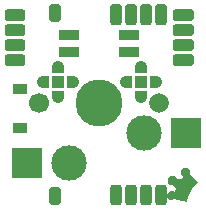
<source format=gbr>
%TF.GenerationSoftware,KiCad,Pcbnew,(6.0.11)*%
%TF.CreationDate,2023-07-28T18:25:04-04:00*%
%TF.ProjectId,amoeba-king,616d6f65-6261-42d6-9b69-6e672e6b6963,rev?*%
%TF.SameCoordinates,Original*%
%TF.FileFunction,Soldermask,Bot*%
%TF.FilePolarity,Negative*%
%FSLAX46Y46*%
G04 Gerber Fmt 4.6, Leading zero omitted, Abs format (unit mm)*
G04 Created by KiCad (PCBNEW (6.0.11)) date 2023-07-28 18:25:04*
%MOMM*%
%LPD*%
G01*
G04 APERTURE LIST*
G04 Aperture macros list*
%AMRoundRect*
0 Rectangle with rounded corners*
0 $1 Rounding radius*
0 $2 $3 $4 $5 $6 $7 $8 $9 X,Y pos of 4 corners*
0 Add a 4 corners polygon primitive as box body*
4,1,4,$2,$3,$4,$5,$6,$7,$8,$9,$2,$3,0*
0 Add four circle primitives for the rounded corners*
1,1,$1+$1,$2,$3*
1,1,$1+$1,$4,$5*
1,1,$1+$1,$6,$7*
1,1,$1+$1,$8,$9*
0 Add four rect primitives between the rounded corners*
20,1,$1+$1,$2,$3,$4,$5,0*
20,1,$1+$1,$4,$5,$6,$7,0*
20,1,$1+$1,$6,$7,$8,$9,0*
20,1,$1+$1,$8,$9,$2,$3,0*%
%AMFreePoly0*
4,1,18,0.500000,-0.500000,0.000000,-0.500000,0.000000,-0.495033,-0.079941,-0.493568,-0.215256,-0.451293,-0.333266,-0.372738,-0.424486,-0.264219,-0.481581,-0.134460,-0.499963,0.006109,-0.478152,0.146186,-0.417904,0.274511,-0.324060,0.380769,-0.204165,0.456417,-0.067858,0.495374,0.000000,0.494959,0.000000,0.500000,0.500000,0.500000,0.500000,-0.500000,0.500000,-0.500000,$1*%
%AMFreePoly1*
4,1,19,0.000000,0.494959,0.073905,0.494508,0.209726,0.453889,0.328688,0.376782,0.421226,0.269385,0.479903,0.140333,0.500000,0.000000,0.499851,-0.012216,0.476331,-0.152017,0.414519,-0.279596,0.319384,-0.384700,0.198574,-0.458877,0.061801,-0.496166,0.000000,-0.495033,0.000000,-0.500000,-0.500000,-0.500000,-0.500000,0.500000,0.000000,0.500000,0.000000,0.494959,0.000000,0.494959,
$1*%
G04 Aperture macros list end*
%ADD10C,0.131817*%
%ADD11C,3.000000*%
%ADD12C,3.980180*%
%ADD13C,1.660000*%
%ADD14C,1.700000*%
%ADD15R,2.550000X2.500000*%
%ADD16RoundRect,0.250000X-0.250000X0.625000X-0.250000X-0.625000X0.250000X-0.625000X0.250000X0.625000X0*%
%ADD17RoundRect,0.250000X-0.250000X0.250000X-0.250000X-0.250000X0.250000X-0.250000X0.250000X0.250000X0*%
%ADD18RoundRect,0.250000X-0.250000X-0.250000X0.250000X-0.250000X0.250000X0.250000X-0.250000X0.250000X0*%
%ADD19RoundRect,0.250000X-0.625000X-0.250000X0.625000X-0.250000X0.625000X0.250000X-0.625000X0.250000X0*%
%ADD20FreePoly0,180.000000*%
%ADD21R,1.000000X1.000000*%
%ADD22FreePoly1,180.000000*%
%ADD23FreePoly0,90.000000*%
%ADD24FreePoly0,270.000000*%
%ADD25RoundRect,0.250000X0.250000X-0.500000X0.250000X0.500000X-0.250000X0.500000X-0.250000X-0.500000X0*%
%ADD26RoundRect,0.250000X0.250000X-0.250000X0.250000X0.250000X-0.250000X0.250000X-0.250000X-0.250000X0*%
%ADD27RoundRect,0.250000X-0.250000X0.500000X-0.250000X-0.500000X0.250000X-0.500000X0.250000X0.500000X0*%
%ADD28R,1.200000X0.900000*%
%ADD29R,1.800000X0.820000*%
G04 APERTURE END LIST*
%TO.C,Royale*%
G36*
X82728653Y-174172393D02*
G01*
X82752015Y-174174369D01*
X82775303Y-174178195D01*
X82798412Y-174183899D01*
X82821236Y-174191510D01*
X82843669Y-174201056D01*
X82865605Y-174212566D01*
X82886540Y-174225807D01*
X82906024Y-174240462D01*
X82924027Y-174256423D01*
X82940521Y-174273584D01*
X82955479Y-174291839D01*
X82968871Y-174311083D01*
X82980669Y-174331208D01*
X82990845Y-174352109D01*
X82999371Y-174373680D01*
X83006217Y-174395814D01*
X83011355Y-174418406D01*
X83014758Y-174441349D01*
X83016395Y-174464539D01*
X83016240Y-174487867D01*
X83014264Y-174511228D01*
X83010438Y-174534517D01*
X83004734Y-174557626D01*
X82997123Y-174580450D01*
X82987577Y-174602883D01*
X82976067Y-174624819D01*
X82996153Y-174654020D01*
X83013302Y-174677368D01*
X83027981Y-174695783D01*
X83040661Y-174710183D01*
X83051808Y-174721488D01*
X83061891Y-174730616D01*
X83071380Y-174738485D01*
X83080740Y-174746015D01*
X83090440Y-174754125D01*
X83100952Y-174763733D01*
X83112740Y-174775758D01*
X83126273Y-174791118D01*
X83142021Y-174810734D01*
X83161789Y-174827711D01*
X83181955Y-174845431D01*
X83202466Y-174863817D01*
X83223268Y-174882792D01*
X83244311Y-174902278D01*
X83265539Y-174922194D01*
X83286900Y-174942464D01*
X83308342Y-174963011D01*
X83329811Y-174983755D01*
X83351255Y-175004618D01*
X83372621Y-175025521D01*
X83393856Y-175046388D01*
X83414906Y-175067140D01*
X83435720Y-175087698D01*
X83456245Y-175107985D01*
X83476426Y-175127922D01*
X83496213Y-175147431D01*
X83515551Y-175166434D01*
X83534387Y-175184853D01*
X83552670Y-175202609D01*
X83570346Y-175219625D01*
X83587362Y-175235822D01*
X83603665Y-175251121D01*
X83619203Y-175265446D01*
X83633922Y-175278718D01*
X83647770Y-175290857D01*
X83660693Y-175301788D01*
X83672641Y-175311431D01*
X83683557Y-175319708D01*
X83664630Y-175337394D01*
X83645991Y-175354763D01*
X83627626Y-175371857D01*
X83609526Y-175388714D01*
X83591677Y-175405372D01*
X83574066Y-175421869D01*
X83556682Y-175438245D01*
X83539512Y-175454540D01*
X83522544Y-175470792D01*
X83505766Y-175487038D01*
X83489165Y-175503319D01*
X83472731Y-175519674D01*
X83456448Y-175536141D01*
X83440308Y-175552759D01*
X83424295Y-175569566D01*
X83408399Y-175586603D01*
X83392607Y-175603906D01*
X83376908Y-175621517D01*
X83361287Y-175639472D01*
X83345734Y-175657813D01*
X83330236Y-175676576D01*
X83314783Y-175695801D01*
X83299358Y-175715526D01*
X83283954Y-175735792D01*
X83268555Y-175756636D01*
X83253149Y-175778097D01*
X83237726Y-175800214D01*
X83222273Y-175823027D01*
X83206776Y-175846573D01*
X83191225Y-175870893D01*
X83175606Y-175896023D01*
X83159908Y-175922005D01*
X83144120Y-175948876D01*
X83128226Y-175976675D01*
X83112217Y-176005442D01*
X83096645Y-176033036D01*
X83081599Y-176060214D01*
X83067065Y-176086995D01*
X83053028Y-176113397D01*
X83039476Y-176139436D01*
X83026393Y-176165134D01*
X83013769Y-176190507D01*
X83001588Y-176215575D01*
X82989838Y-176240357D01*
X82978504Y-176264870D01*
X82967574Y-176289132D01*
X82957033Y-176313164D01*
X82946869Y-176336983D01*
X82937066Y-176360607D01*
X82927614Y-176384055D01*
X82918497Y-176407346D01*
X82909702Y-176430498D01*
X82901217Y-176453529D01*
X82893026Y-176476459D01*
X82885116Y-176499305D01*
X82877476Y-176522086D01*
X82870089Y-176544822D01*
X82862944Y-176567529D01*
X82856026Y-176590227D01*
X82849322Y-176612934D01*
X82842820Y-176635669D01*
X82836504Y-176658450D01*
X82830361Y-176681295D01*
X82824380Y-176704223D01*
X82818544Y-176727254D01*
X82812842Y-176750404D01*
X82807258Y-176773693D01*
X82801781Y-176797139D01*
X82796397Y-176820762D01*
X82791092Y-176844578D01*
X82785851Y-176868607D01*
X82780663Y-176892867D01*
X82767120Y-176887968D01*
X82751867Y-176883129D01*
X82735003Y-176878334D01*
X82716630Y-176873570D01*
X82696848Y-176868820D01*
X82675756Y-176864069D01*
X82653457Y-176859300D01*
X82630050Y-176854501D01*
X82605635Y-176849654D01*
X82580314Y-176844743D01*
X82554186Y-176839756D01*
X82527352Y-176834674D01*
X82499912Y-176829484D01*
X82471967Y-176824170D01*
X82443618Y-176818715D01*
X82414965Y-176813107D01*
X82386107Y-176807327D01*
X82357147Y-176801363D01*
X82328182Y-176795197D01*
X82299317Y-176788813D01*
X82270648Y-176782199D01*
X82242279Y-176775337D01*
X82214308Y-176768212D01*
X82186837Y-176760810D01*
X82159965Y-176753114D01*
X82133794Y-176745109D01*
X82108424Y-176736780D01*
X82083953Y-176728111D01*
X82052518Y-176718181D01*
X82023143Y-176709383D01*
X81995718Y-176701666D01*
X81970137Y-176694977D01*
X81946291Y-176689268D01*
X81924072Y-176684487D01*
X81903370Y-176680583D01*
X81884080Y-176677506D01*
X81866091Y-176675204D01*
X81849297Y-176673626D01*
X81833588Y-176672723D01*
X81818857Y-176672443D01*
X81804993Y-176672734D01*
X81791892Y-176673547D01*
X81779444Y-176674830D01*
X81767539Y-176676533D01*
X81756070Y-176678605D01*
X81744930Y-176680994D01*
X81734009Y-176683651D01*
X81723200Y-176686524D01*
X81712394Y-176689561D01*
X81701484Y-176692714D01*
X81690360Y-176695930D01*
X81678914Y-176699159D01*
X81667038Y-176702349D01*
X81654625Y-176705451D01*
X81641566Y-176708413D01*
X81627752Y-176711185D01*
X81613076Y-176713715D01*
X81597429Y-176715952D01*
X81580702Y-176717846D01*
X81562789Y-176719347D01*
X81543579Y-176720403D01*
X81522966Y-176720962D01*
X81500841Y-176720975D01*
X81477096Y-176720391D01*
X81451623Y-176719159D01*
X81424312Y-176717226D01*
X81403377Y-176703985D01*
X81383893Y-176689330D01*
X81365889Y-176673369D01*
X81349395Y-176656208D01*
X81334438Y-176637953D01*
X81321045Y-176618709D01*
X81309247Y-176598584D01*
X81299072Y-176577683D01*
X81290546Y-176556112D01*
X81283700Y-176533978D01*
X81278561Y-176511386D01*
X81275159Y-176488443D01*
X81273521Y-176465253D01*
X81273676Y-176441925D01*
X81275652Y-176418564D01*
X81279478Y-176395275D01*
X81285183Y-176372167D01*
X81292794Y-176349342D01*
X81302339Y-176326909D01*
X81313849Y-176304973D01*
X81327091Y-176284038D01*
X81341746Y-176264555D01*
X81357707Y-176246551D01*
X81374867Y-176230057D01*
X81393123Y-176215099D01*
X81412366Y-176201707D01*
X81432491Y-176189909D01*
X81453392Y-176179733D01*
X81474963Y-176171207D01*
X81497098Y-176164361D01*
X81519690Y-176159223D01*
X81542634Y-176155821D01*
X81565822Y-176154183D01*
X81589150Y-176154338D01*
X81612512Y-176156314D01*
X81635800Y-176160140D01*
X81658909Y-176165845D01*
X81681733Y-176173455D01*
X81704167Y-176183001D01*
X81726102Y-176194511D01*
X81747993Y-176205885D01*
X81768557Y-176213579D01*
X81787861Y-176217816D01*
X81805976Y-176218824D01*
X81822968Y-176216827D01*
X81838907Y-176212049D01*
X81853860Y-176204717D01*
X81867895Y-176195055D01*
X81881082Y-176183291D01*
X81893489Y-176169647D01*
X81905184Y-176154350D01*
X81916233Y-176137625D01*
X81926709Y-176119697D01*
X81936677Y-176100792D01*
X81946206Y-176081134D01*
X81955366Y-176060950D01*
X81964222Y-176040464D01*
X81972845Y-176019902D01*
X81981303Y-175999488D01*
X81989664Y-175979450D01*
X81997996Y-175960010D01*
X82006368Y-175941396D01*
X82014848Y-175923832D01*
X82014962Y-175902511D01*
X82013111Y-175881528D01*
X82009397Y-175860867D01*
X82003913Y-175840518D01*
X81996757Y-175820468D01*
X81988027Y-175800703D01*
X81977819Y-175781212D01*
X81966229Y-175761980D01*
X81953355Y-175742996D01*
X81939295Y-175724247D01*
X81924144Y-175705719D01*
X81907999Y-175687401D01*
X81890958Y-175669280D01*
X81873116Y-175651342D01*
X81854573Y-175633576D01*
X81835423Y-175615968D01*
X81815764Y-175598506D01*
X81795693Y-175581178D01*
X81775307Y-175563969D01*
X81754703Y-175546868D01*
X81733977Y-175529863D01*
X81713227Y-175512939D01*
X81692549Y-175496085D01*
X81666864Y-175499960D01*
X81641096Y-175501778D01*
X81615363Y-175501557D01*
X81589785Y-175499318D01*
X81564480Y-175495082D01*
X81539567Y-175488867D01*
X81515166Y-175480694D01*
X81491396Y-175470581D01*
X81468375Y-175458551D01*
X81447714Y-175445588D01*
X81428349Y-175431354D01*
X81410304Y-175415933D01*
X81393601Y-175399413D01*
X81378263Y-175381881D01*
X81364313Y-175363420D01*
X81351776Y-175344121D01*
X81340674Y-175324066D01*
X81331028Y-175303344D01*
X81322865Y-175282040D01*
X81316205Y-175260240D01*
X81311073Y-175238031D01*
X81307491Y-175215500D01*
X81305482Y-175192731D01*
X81305070Y-175169812D01*
X81306278Y-175146829D01*
X81309128Y-175123868D01*
X81313645Y-175101015D01*
X81319850Y-175078358D01*
X81327768Y-175055981D01*
X81337421Y-175033970D01*
X81348833Y-175012414D01*
X81348833Y-175012413D01*
X81361795Y-174991752D01*
X81376030Y-174972388D01*
X81391450Y-174954343D01*
X81407970Y-174937639D01*
X81425503Y-174922301D01*
X81443962Y-174908352D01*
X81463263Y-174895815D01*
X81483317Y-174884712D01*
X81504040Y-174875068D01*
X81525344Y-174866904D01*
X81547143Y-174860244D01*
X81569352Y-174855112D01*
X81591883Y-174851530D01*
X81614652Y-174849521D01*
X81637572Y-174849109D01*
X81660554Y-174850317D01*
X81683516Y-174853168D01*
X81706368Y-174857684D01*
X81729026Y-174863889D01*
X81751404Y-174871807D01*
X81773414Y-174881460D01*
X81794970Y-174892871D01*
X81816969Y-174906792D01*
X81837678Y-174922329D01*
X81857019Y-174939390D01*
X81874915Y-174957880D01*
X81891288Y-174977707D01*
X81906062Y-174998777D01*
X81919159Y-175020995D01*
X81930500Y-175044269D01*
X81940009Y-175068503D01*
X81966115Y-175076954D01*
X81992307Y-175085393D01*
X82018541Y-175093725D01*
X82044774Y-175101857D01*
X82070960Y-175109693D01*
X82097056Y-175117138D01*
X82123016Y-175124099D01*
X82148797Y-175130481D01*
X82174354Y-175136189D01*
X82199644Y-175141129D01*
X82224621Y-175145207D01*
X82249241Y-175148329D01*
X82273461Y-175150397D01*
X82297235Y-175151319D01*
X82320519Y-175151002D01*
X82343271Y-175149349D01*
X82365443Y-175146266D01*
X82386993Y-175141659D01*
X82407876Y-175135433D01*
X82428048Y-175127495D01*
X82447464Y-175117748D01*
X82466081Y-175106099D01*
X82493067Y-175082022D01*
X82515974Y-175058394D01*
X82535094Y-175035226D01*
X82550718Y-175012527D01*
X82563139Y-174990308D01*
X82572646Y-174968579D01*
X82579533Y-174947350D01*
X82584090Y-174926632D01*
X82586608Y-174906433D01*
X82587380Y-174886765D01*
X82586697Y-174867637D01*
X82584849Y-174849060D01*
X82582128Y-174831043D01*
X82578829Y-174813597D01*
X82575239Y-174796732D01*
X82571650Y-174780458D01*
X82568357Y-174764784D01*
X82565647Y-174749722D01*
X82563815Y-174735281D01*
X82542879Y-174722039D01*
X82523396Y-174707385D01*
X82505393Y-174691423D01*
X82488898Y-174674263D01*
X82473941Y-174656008D01*
X82460548Y-174636764D01*
X82448750Y-174616639D01*
X82438574Y-174595738D01*
X82430049Y-174574167D01*
X82423203Y-174552033D01*
X82418064Y-174529441D01*
X82414662Y-174506497D01*
X82413024Y-174483308D01*
X82413179Y-174459980D01*
X82415156Y-174436619D01*
X82418981Y-174413330D01*
X82424685Y-174390221D01*
X82432297Y-174367397D01*
X82441842Y-174344964D01*
X82453352Y-174323029D01*
X82466594Y-174302093D01*
X82481249Y-174282610D01*
X82497209Y-174264606D01*
X82514370Y-174248112D01*
X82532626Y-174233154D01*
X82551869Y-174219762D01*
X82571994Y-174207964D01*
X82592896Y-174197787D01*
X82614466Y-174189262D01*
X82636601Y-174182416D01*
X82659193Y-174177278D01*
X82682136Y-174173876D01*
X82705325Y-174172238D01*
X82728653Y-174172393D01*
G37*
D10*
X82728653Y-174172393D02*
X82752015Y-174174369D01*
X82775303Y-174178195D01*
X82798412Y-174183899D01*
X82821236Y-174191510D01*
X82843669Y-174201056D01*
X82865605Y-174212566D01*
X82886540Y-174225807D01*
X82906024Y-174240462D01*
X82924027Y-174256423D01*
X82940521Y-174273584D01*
X82955479Y-174291839D01*
X82968871Y-174311083D01*
X82980669Y-174331208D01*
X82990845Y-174352109D01*
X82999371Y-174373680D01*
X83006217Y-174395814D01*
X83011355Y-174418406D01*
X83014758Y-174441349D01*
X83016395Y-174464539D01*
X83016240Y-174487867D01*
X83014264Y-174511228D01*
X83010438Y-174534517D01*
X83004734Y-174557626D01*
X82997123Y-174580450D01*
X82987577Y-174602883D01*
X82976067Y-174624819D01*
X82996153Y-174654020D01*
X83013302Y-174677368D01*
X83027981Y-174695783D01*
X83040661Y-174710183D01*
X83051808Y-174721488D01*
X83061891Y-174730616D01*
X83071380Y-174738485D01*
X83080740Y-174746015D01*
X83090440Y-174754125D01*
X83100952Y-174763733D01*
X83112740Y-174775758D01*
X83126273Y-174791118D01*
X83142021Y-174810734D01*
X83161789Y-174827711D01*
X83181955Y-174845431D01*
X83202466Y-174863817D01*
X83223268Y-174882792D01*
X83244311Y-174902278D01*
X83265539Y-174922194D01*
X83286900Y-174942464D01*
X83308342Y-174963011D01*
X83329811Y-174983755D01*
X83351255Y-175004618D01*
X83372621Y-175025521D01*
X83393856Y-175046388D01*
X83414906Y-175067140D01*
X83435720Y-175087698D01*
X83456245Y-175107985D01*
X83476426Y-175127922D01*
X83496213Y-175147431D01*
X83515551Y-175166434D01*
X83534387Y-175184853D01*
X83552670Y-175202609D01*
X83570346Y-175219625D01*
X83587362Y-175235822D01*
X83603665Y-175251121D01*
X83619203Y-175265446D01*
X83633922Y-175278718D01*
X83647770Y-175290857D01*
X83660693Y-175301788D01*
X83672641Y-175311431D01*
X83683557Y-175319708D01*
X83664630Y-175337394D01*
X83645991Y-175354763D01*
X83627626Y-175371857D01*
X83609526Y-175388714D01*
X83591677Y-175405372D01*
X83574066Y-175421869D01*
X83556682Y-175438245D01*
X83539512Y-175454540D01*
X83522544Y-175470792D01*
X83505766Y-175487038D01*
X83489165Y-175503319D01*
X83472731Y-175519674D01*
X83456448Y-175536141D01*
X83440308Y-175552759D01*
X83424295Y-175569566D01*
X83408399Y-175586603D01*
X83392607Y-175603906D01*
X83376908Y-175621517D01*
X83361287Y-175639472D01*
X83345734Y-175657813D01*
X83330236Y-175676576D01*
X83314783Y-175695801D01*
X83299358Y-175715526D01*
X83283954Y-175735792D01*
X83268555Y-175756636D01*
X83253149Y-175778097D01*
X83237726Y-175800214D01*
X83222273Y-175823027D01*
X83206776Y-175846573D01*
X83191225Y-175870893D01*
X83175606Y-175896023D01*
X83159908Y-175922005D01*
X83144120Y-175948876D01*
X83128226Y-175976675D01*
X83112217Y-176005442D01*
X83096645Y-176033036D01*
X83081599Y-176060214D01*
X83067065Y-176086995D01*
X83053028Y-176113397D01*
X83039476Y-176139436D01*
X83026393Y-176165134D01*
X83013769Y-176190507D01*
X83001588Y-176215575D01*
X82989838Y-176240357D01*
X82978504Y-176264870D01*
X82967574Y-176289132D01*
X82957033Y-176313164D01*
X82946869Y-176336983D01*
X82937066Y-176360607D01*
X82927614Y-176384055D01*
X82918497Y-176407346D01*
X82909702Y-176430498D01*
X82901217Y-176453529D01*
X82893026Y-176476459D01*
X82885116Y-176499305D01*
X82877476Y-176522086D01*
X82870089Y-176544822D01*
X82862944Y-176567529D01*
X82856026Y-176590227D01*
X82849322Y-176612934D01*
X82842820Y-176635669D01*
X82836504Y-176658450D01*
X82830361Y-176681295D01*
X82824380Y-176704223D01*
X82818544Y-176727254D01*
X82812842Y-176750404D01*
X82807258Y-176773693D01*
X82801781Y-176797139D01*
X82796397Y-176820762D01*
X82791092Y-176844578D01*
X82785851Y-176868607D01*
X82780663Y-176892867D01*
X82767120Y-176887968D01*
X82751867Y-176883129D01*
X82735003Y-176878334D01*
X82716630Y-176873570D01*
X82696848Y-176868820D01*
X82675756Y-176864069D01*
X82653457Y-176859300D01*
X82630050Y-176854501D01*
X82605635Y-176849654D01*
X82580314Y-176844743D01*
X82554186Y-176839756D01*
X82527352Y-176834674D01*
X82499912Y-176829484D01*
X82471967Y-176824170D01*
X82443618Y-176818715D01*
X82414965Y-176813107D01*
X82386107Y-176807327D01*
X82357147Y-176801363D01*
X82328182Y-176795197D01*
X82299317Y-176788813D01*
X82270648Y-176782199D01*
X82242279Y-176775337D01*
X82214308Y-176768212D01*
X82186837Y-176760810D01*
X82159965Y-176753114D01*
X82133794Y-176745109D01*
X82108424Y-176736780D01*
X82083953Y-176728111D01*
X82052518Y-176718181D01*
X82023143Y-176709383D01*
X81995718Y-176701666D01*
X81970137Y-176694977D01*
X81946291Y-176689268D01*
X81924072Y-176684487D01*
X81903370Y-176680583D01*
X81884080Y-176677506D01*
X81866091Y-176675204D01*
X81849297Y-176673626D01*
X81833588Y-176672723D01*
X81818857Y-176672443D01*
X81804993Y-176672734D01*
X81791892Y-176673547D01*
X81779444Y-176674830D01*
X81767539Y-176676533D01*
X81756070Y-176678605D01*
X81744930Y-176680994D01*
X81734009Y-176683651D01*
X81723200Y-176686524D01*
X81712394Y-176689561D01*
X81701484Y-176692714D01*
X81690360Y-176695930D01*
X81678914Y-176699159D01*
X81667038Y-176702349D01*
X81654625Y-176705451D01*
X81641566Y-176708413D01*
X81627752Y-176711185D01*
X81613076Y-176713715D01*
X81597429Y-176715952D01*
X81580702Y-176717846D01*
X81562789Y-176719347D01*
X81543579Y-176720403D01*
X81522966Y-176720962D01*
X81500841Y-176720975D01*
X81477096Y-176720391D01*
X81451623Y-176719159D01*
X81424312Y-176717226D01*
X81403377Y-176703985D01*
X81383893Y-176689330D01*
X81365889Y-176673369D01*
X81349395Y-176656208D01*
X81334438Y-176637953D01*
X81321045Y-176618709D01*
X81309247Y-176598584D01*
X81299072Y-176577683D01*
X81290546Y-176556112D01*
X81283700Y-176533978D01*
X81278561Y-176511386D01*
X81275159Y-176488443D01*
X81273521Y-176465253D01*
X81273676Y-176441925D01*
X81275652Y-176418564D01*
X81279478Y-176395275D01*
X81285183Y-176372167D01*
X81292794Y-176349342D01*
X81302339Y-176326909D01*
X81313849Y-176304973D01*
X81327091Y-176284038D01*
X81341746Y-176264555D01*
X81357707Y-176246551D01*
X81374867Y-176230057D01*
X81393123Y-176215099D01*
X81412366Y-176201707D01*
X81432491Y-176189909D01*
X81453392Y-176179733D01*
X81474963Y-176171207D01*
X81497098Y-176164361D01*
X81519690Y-176159223D01*
X81542634Y-176155821D01*
X81565822Y-176154183D01*
X81589150Y-176154338D01*
X81612512Y-176156314D01*
X81635800Y-176160140D01*
X81658909Y-176165845D01*
X81681733Y-176173455D01*
X81704167Y-176183001D01*
X81726102Y-176194511D01*
X81747993Y-176205885D01*
X81768557Y-176213579D01*
X81787861Y-176217816D01*
X81805976Y-176218824D01*
X81822968Y-176216827D01*
X81838907Y-176212049D01*
X81853860Y-176204717D01*
X81867895Y-176195055D01*
X81881082Y-176183291D01*
X81893489Y-176169647D01*
X81905184Y-176154350D01*
X81916233Y-176137625D01*
X81926709Y-176119697D01*
X81936677Y-176100792D01*
X81946206Y-176081134D01*
X81955366Y-176060950D01*
X81964222Y-176040464D01*
X81972845Y-176019902D01*
X81981303Y-175999488D01*
X81989664Y-175979450D01*
X81997996Y-175960010D01*
X82006368Y-175941396D01*
X82014848Y-175923832D01*
X82014962Y-175902511D01*
X82013111Y-175881528D01*
X82009397Y-175860867D01*
X82003913Y-175840518D01*
X81996757Y-175820468D01*
X81988027Y-175800703D01*
X81977819Y-175781212D01*
X81966229Y-175761980D01*
X81953355Y-175742996D01*
X81939295Y-175724247D01*
X81924144Y-175705719D01*
X81907999Y-175687401D01*
X81890958Y-175669280D01*
X81873116Y-175651342D01*
X81854573Y-175633576D01*
X81835423Y-175615968D01*
X81815764Y-175598506D01*
X81795693Y-175581178D01*
X81775307Y-175563969D01*
X81754703Y-175546868D01*
X81733977Y-175529863D01*
X81713227Y-175512939D01*
X81692549Y-175496085D01*
X81666864Y-175499960D01*
X81641096Y-175501778D01*
X81615363Y-175501557D01*
X81589785Y-175499318D01*
X81564480Y-175495082D01*
X81539567Y-175488867D01*
X81515166Y-175480694D01*
X81491396Y-175470581D01*
X81468375Y-175458551D01*
X81447714Y-175445588D01*
X81428349Y-175431354D01*
X81410304Y-175415933D01*
X81393601Y-175399413D01*
X81378263Y-175381881D01*
X81364313Y-175363420D01*
X81351776Y-175344121D01*
X81340674Y-175324066D01*
X81331028Y-175303344D01*
X81322865Y-175282040D01*
X81316205Y-175260240D01*
X81311073Y-175238031D01*
X81307491Y-175215500D01*
X81305482Y-175192731D01*
X81305070Y-175169812D01*
X81306278Y-175146829D01*
X81309128Y-175123868D01*
X81313645Y-175101015D01*
X81319850Y-175078358D01*
X81327768Y-175055981D01*
X81337421Y-175033970D01*
X81348833Y-175012414D01*
X81348833Y-175012413D01*
X81361795Y-174991752D01*
X81376030Y-174972388D01*
X81391450Y-174954343D01*
X81407970Y-174937639D01*
X81425503Y-174922301D01*
X81443962Y-174908352D01*
X81463263Y-174895815D01*
X81483317Y-174884712D01*
X81504040Y-174875068D01*
X81525344Y-174866904D01*
X81547143Y-174860244D01*
X81569352Y-174855112D01*
X81591883Y-174851530D01*
X81614652Y-174849521D01*
X81637572Y-174849109D01*
X81660554Y-174850317D01*
X81683516Y-174853168D01*
X81706368Y-174857684D01*
X81729026Y-174863889D01*
X81751404Y-174871807D01*
X81773414Y-174881460D01*
X81794970Y-174892871D01*
X81816969Y-174906792D01*
X81837678Y-174922329D01*
X81857019Y-174939390D01*
X81874915Y-174957880D01*
X81891288Y-174977707D01*
X81906062Y-174998777D01*
X81919159Y-175020995D01*
X81930500Y-175044269D01*
X81940009Y-175068503D01*
X81966115Y-175076954D01*
X81992307Y-175085393D01*
X82018541Y-175093725D01*
X82044774Y-175101857D01*
X82070960Y-175109693D01*
X82097056Y-175117138D01*
X82123016Y-175124099D01*
X82148797Y-175130481D01*
X82174354Y-175136189D01*
X82199644Y-175141129D01*
X82224621Y-175145207D01*
X82249241Y-175148329D01*
X82273461Y-175150397D01*
X82297235Y-175151319D01*
X82320519Y-175151002D01*
X82343271Y-175149349D01*
X82365443Y-175146266D01*
X82386993Y-175141659D01*
X82407876Y-175135433D01*
X82428048Y-175127495D01*
X82447464Y-175117748D01*
X82466081Y-175106099D01*
X82493067Y-175082022D01*
X82515974Y-175058394D01*
X82535094Y-175035226D01*
X82550718Y-175012527D01*
X82563139Y-174990308D01*
X82572646Y-174968579D01*
X82579533Y-174947350D01*
X82584090Y-174926632D01*
X82586608Y-174906433D01*
X82587380Y-174886765D01*
X82586697Y-174867637D01*
X82584849Y-174849060D01*
X82582128Y-174831043D01*
X82578829Y-174813597D01*
X82575239Y-174796732D01*
X82571650Y-174780458D01*
X82568357Y-174764784D01*
X82565647Y-174749722D01*
X82563815Y-174735281D01*
X82542879Y-174722039D01*
X82523396Y-174707385D01*
X82505393Y-174691423D01*
X82488898Y-174674263D01*
X82473941Y-174656008D01*
X82460548Y-174636764D01*
X82448750Y-174616639D01*
X82438574Y-174595738D01*
X82430049Y-174574167D01*
X82423203Y-174552033D01*
X82418064Y-174529441D01*
X82414662Y-174506497D01*
X82413024Y-174483308D01*
X82413179Y-174459980D01*
X82415156Y-174436619D01*
X82418981Y-174413330D01*
X82424685Y-174390221D01*
X82432297Y-174367397D01*
X82441842Y-174344964D01*
X82453352Y-174323029D01*
X82466594Y-174302093D01*
X82481249Y-174282610D01*
X82497209Y-174264606D01*
X82514370Y-174248112D01*
X82532626Y-174233154D01*
X82551869Y-174219762D01*
X82571994Y-174207964D01*
X82592896Y-174197787D01*
X82614466Y-174189262D01*
X82636601Y-174182416D01*
X82659193Y-174177278D01*
X82682136Y-174173876D01*
X82705325Y-174172238D01*
X82728653Y-174172393D01*
%TD*%
D11*
%TO.C,S1*%
X79248000Y-171196000D03*
D12*
X75438000Y-168656000D03*
D13*
X80518000Y-168656000D03*
D11*
X72898000Y-173736000D03*
D14*
X70358000Y-168656000D03*
D15*
X82798000Y-171196000D03*
X69348000Y-173736000D03*
%TD*%
D16*
%TO.C,J2*%
X76835000Y-161157000D03*
D17*
X76835000Y-160782000D03*
D16*
X78105000Y-161157000D03*
D17*
X78105000Y-160782000D03*
D16*
X79375000Y-161157000D03*
D17*
X79375000Y-160782000D03*
X80645000Y-160782000D03*
D16*
X80645000Y-161157000D03*
%TD*%
D18*
%TO.C,J3*%
X67945000Y-164973000D03*
D19*
X68320000Y-164973000D03*
X68320000Y-163703000D03*
D18*
X67945000Y-163703000D03*
X67945000Y-162433000D03*
D19*
X68320000Y-162433000D03*
X68320000Y-161163000D03*
D18*
X67945000Y-161163000D03*
%TD*%
D20*
%TO.C,JP2*%
X73227400Y-166878000D03*
D21*
X71947400Y-166878000D03*
D22*
X70667400Y-166878000D03*
D23*
X71947400Y-168158000D03*
D24*
X71947400Y-165598000D03*
%TD*%
D25*
%TO.C,J5*%
X71678800Y-176508600D03*
D26*
X71678800Y-176758600D03*
%TD*%
D17*
%TO.C,J6*%
X71678800Y-160782000D03*
D27*
X71678800Y-161032000D03*
%TD*%
D20*
%TO.C,JP1*%
X80223200Y-166878000D03*
D21*
X78943200Y-166878000D03*
D22*
X77663200Y-166878000D03*
D23*
X78943200Y-168158000D03*
D24*
X78943200Y-165598000D03*
%TD*%
D18*
%TO.C,J1*%
X82905600Y-164973000D03*
D19*
X82530600Y-164973000D03*
X82530600Y-163703000D03*
D18*
X82905600Y-163703000D03*
D19*
X82530600Y-162433000D03*
D18*
X82905600Y-162433000D03*
D19*
X82530600Y-161163000D03*
D18*
X82905600Y-161163000D03*
%TD*%
D28*
%TO.C,D1*%
X68719700Y-167411400D03*
X68719700Y-170711400D03*
%TD*%
D16*
%TO.C,J4*%
X76835000Y-176383600D03*
D17*
X76835000Y-176758600D03*
D16*
X78105000Y-176383600D03*
D17*
X78105000Y-176758600D03*
X79375000Y-176758600D03*
D16*
X79375000Y-176383600D03*
D17*
X80645000Y-176758600D03*
D16*
X80645000Y-176383600D03*
%TD*%
D29*
%TO.C,LED1*%
X72888000Y-162826000D03*
X72888000Y-164326000D03*
X77988000Y-164326000D03*
X77988000Y-162826000D03*
%TD*%
M02*

</source>
